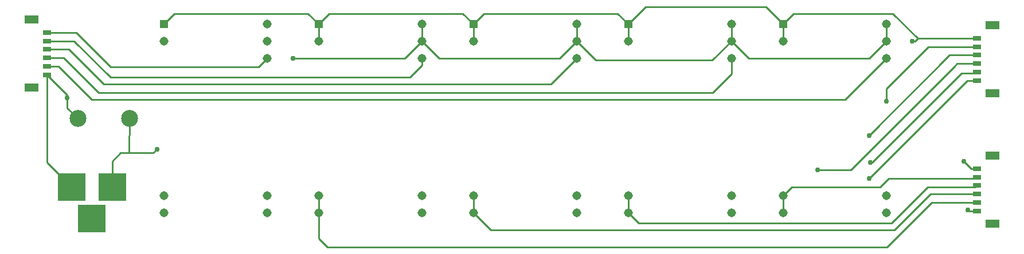
<source format=gbr>
G04 EAGLE Gerber RS-274X export*
G75*
%MOMM*%
%FSLAX34Y34*%
%LPD*%
%INTop Copper*%
%IPPOS*%
%AMOC8*
5,1,8,0,0,1.08239X$1,22.5*%
G01*
G04 Define Apertures*
%ADD10R,1.308000X1.308000*%
%ADD11C,1.308000*%
%ADD12C,2.500000*%
%ADD13R,4.115994X4.115994*%
%ADD14R,1.200000X0.800000*%
%ADD15R,2.150000X1.300000*%
%ADD16C,0.254000*%
%ADD17C,0.756400*%
D10*
X215900Y952500D03*
D11*
X215900Y927100D03*
X215900Y698500D03*
X215900Y673100D03*
X368300Y673100D03*
X368300Y698500D03*
X368300Y901700D03*
X368300Y927100D03*
X368300Y952500D03*
D10*
X444500Y952500D03*
D11*
X444500Y927100D03*
X444500Y698500D03*
X444500Y673100D03*
X596900Y673100D03*
X596900Y698500D03*
X596900Y901700D03*
X596900Y927100D03*
X596900Y952500D03*
D10*
X673100Y952500D03*
D11*
X673100Y927100D03*
X673100Y698500D03*
X673100Y673100D03*
X825500Y673100D03*
X825500Y698500D03*
X825500Y901700D03*
X825500Y927100D03*
X825500Y952500D03*
D10*
X901700Y952500D03*
D11*
X901700Y927100D03*
X901700Y698500D03*
X901700Y673100D03*
X1054100Y673100D03*
X1054100Y698500D03*
X1054100Y901700D03*
X1054100Y927100D03*
X1054100Y952500D03*
D10*
X1130300Y952500D03*
D11*
X1130300Y927100D03*
X1130300Y698500D03*
X1130300Y673100D03*
X1282700Y673100D03*
X1282700Y698500D03*
X1282700Y901700D03*
X1282700Y927100D03*
X1282700Y952500D03*
D12*
X88900Y812800D03*
X165100Y812800D03*
D13*
X139700Y711200D03*
X109700Y664200D03*
X79700Y711200D03*
D14*
X43860Y939800D03*
X43860Y927300D03*
X43860Y914800D03*
X43860Y902300D03*
X43860Y889800D03*
X43860Y877300D03*
D15*
X20910Y958800D03*
X20910Y858300D03*
D14*
X1416640Y868680D03*
X1416640Y881180D03*
X1416640Y893680D03*
X1416640Y906180D03*
X1416640Y918680D03*
X1416640Y931180D03*
D15*
X1439590Y849680D03*
X1439590Y950180D03*
D14*
X1416640Y675640D03*
X1416640Y688140D03*
X1416640Y700640D03*
X1416640Y713140D03*
X1416640Y725640D03*
X1416640Y738140D03*
D15*
X1439590Y656640D03*
X1439590Y757140D03*
D16*
X355600Y889000D02*
X137161Y889000D01*
X355600Y889000D02*
X368300Y901700D01*
X137161Y889000D02*
X86361Y939800D01*
X43860Y939800D01*
X579120Y873760D02*
X596900Y891540D01*
X579120Y873760D02*
X137160Y873760D01*
X596900Y891540D02*
X596900Y901700D01*
X137160Y873760D02*
X83620Y927300D01*
X43860Y927300D01*
X127000Y863600D02*
X787400Y863600D01*
X825500Y901700D01*
X127000Y863600D02*
X75800Y914800D01*
X43860Y914800D01*
X67980Y902300D02*
X119380Y850900D01*
X1026160Y850900D01*
X1054100Y878840D01*
X1054100Y901700D01*
X67980Y902300D02*
X43860Y902300D01*
X60160Y889800D02*
X109220Y840740D01*
X1221740Y840740D01*
X1282700Y901700D01*
X60160Y889800D02*
X43860Y889800D01*
D17*
X73632Y843280D03*
D16*
X1130300Y927100D02*
X1130300Y952500D01*
X1104900Y977900D01*
X927100Y977900D01*
X901700Y952500D01*
X901700Y927100D01*
X901700Y952500D02*
X886270Y967930D01*
X688530Y967930D01*
X673100Y952500D01*
X673100Y927100D01*
X673100Y952500D02*
X657670Y967930D01*
X459930Y967930D01*
X444500Y952500D01*
X444500Y927100D01*
X444500Y952500D02*
X429070Y967930D01*
X231330Y967930D01*
X215900Y952500D01*
X1130300Y952500D02*
X1145730Y967930D01*
X1292670Y967930D01*
X1329420Y931180D01*
X88900Y812800D02*
X73632Y828068D01*
X73632Y843280D01*
X1329420Y931180D02*
X1416640Y931180D01*
X1329420Y931180D02*
X1325340Y927100D01*
X1320800Y927100D01*
D17*
X1320800Y927100D03*
X1397000Y749300D03*
D16*
X1408160Y738140D01*
X1416640Y738140D01*
X43860Y747040D02*
X43860Y877300D01*
X43860Y747040D02*
X79700Y711200D01*
X73632Y847528D02*
X43860Y877300D01*
X73632Y847528D02*
X73632Y843280D01*
D17*
X205740Y767080D03*
D16*
X571500Y901700D02*
X596900Y927100D01*
X571500Y901700D02*
X406400Y901700D01*
D17*
X406400Y901700D03*
D16*
X596900Y927100D02*
X596900Y952500D01*
X596900Y927100D02*
X622300Y901700D01*
X800100Y901700D01*
X825500Y927100D01*
X825500Y952500D01*
X825500Y927100D02*
X853630Y898970D01*
X1025970Y898970D01*
X1054100Y927100D01*
X1054100Y952500D01*
X1054100Y927100D02*
X1079500Y901700D01*
X1257300Y901700D01*
X1282700Y927100D01*
X1282700Y952500D01*
X165100Y812800D02*
X164700Y761600D01*
X152000Y761600D02*
X139700Y749300D01*
X152000Y761600D02*
X164700Y761600D01*
X200260Y761600D01*
X205740Y767080D01*
X139700Y749300D02*
X139700Y711200D01*
D17*
X1257300Y723900D03*
D16*
X1402080Y868680D02*
X1416640Y868680D01*
X1402080Y868680D02*
X1257300Y723900D01*
D17*
X1259076Y747524D03*
D16*
X1261684Y747524D02*
X1393730Y879570D01*
X1261684Y747524D02*
X1259076Y747524D01*
X1415030Y879570D02*
X1416640Y881180D01*
X1415030Y879570D02*
X1393730Y879570D01*
D17*
X1181100Y736600D03*
D16*
X1230232Y736600D01*
X1383466Y889834D01*
X1387312Y893680D02*
X1416640Y893680D01*
X1387312Y893680D02*
X1383466Y889834D01*
X1376080Y906180D02*
X1257300Y787400D01*
D17*
X1257300Y787400D03*
D16*
X1376080Y906180D02*
X1416640Y906180D01*
X1282700Y856850D02*
X1282700Y838200D01*
D17*
X1282700Y838200D03*
D16*
X1282700Y856850D02*
X1344530Y918680D01*
X1416640Y918680D01*
X1416640Y675640D02*
X1404620Y675640D01*
X1403350Y676910D01*
D17*
X1403350Y676910D03*
D16*
X444500Y673100D02*
X444500Y698500D01*
X444500Y673100D02*
X444500Y635000D01*
X457334Y622166D01*
X1283836Y622166D01*
X1349810Y688140D01*
X1416640Y688140D01*
X673100Y698500D02*
X673100Y673100D01*
X698690Y647510D01*
X1294812Y647510D01*
X1347942Y700640D01*
X1416640Y700640D01*
X901700Y698500D02*
X901700Y673100D01*
X1414700Y711200D02*
X1416640Y713140D01*
X917130Y657670D02*
X901700Y673100D01*
X917130Y657670D02*
X1290603Y657670D01*
X1344133Y711200D01*
X1414700Y711200D01*
X1130300Y698500D02*
X1130300Y673100D01*
X1130300Y698500D02*
X1143000Y711200D01*
X1273579Y711200D01*
X1414900Y723900D02*
X1416640Y725640D01*
X1414900Y723900D02*
X1286279Y723900D01*
X1273579Y711200D01*
M02*

</source>
